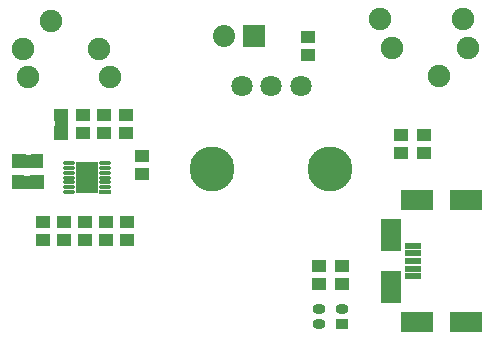
<source format=gbr>
G04 #@! TF.FileFunction,Soldermask,Top*
%FSLAX46Y46*%
G04 Gerber Fmt 4.6, Leading zero omitted, Abs format (unit mm)*
G04 Created by KiCad (PCBNEW 4.0.0-rc1-stable) date 19.10.2015 17:54:31*
%MOMM*%
G01*
G04 APERTURE LIST*
%ADD10C,0.100000*%
%ADD11C,1.100000*%
%ADD12R,1.216000X1.089000*%
%ADD13R,1.000000X1.000000*%
%ADD14R,1.000000X0.400000*%
%ADD15O,1.000000X0.400000*%
%ADD16R,1.099160X0.901040*%
%ADD17O,1.099160X0.901040*%
%ADD18R,1.300000X1.200000*%
%ADD19R,1.300000X1.100000*%
%ADD20R,1.200000X1.300000*%
%ADD21R,1.100000X1.300000*%
%ADD22R,1.200000X1.100000*%
%ADD23C,3.800000*%
%ADD24C,1.800000*%
%ADD25R,2.700000X1.700000*%
%ADD26R,1.700000X2.700000*%
%ADD27R,1.450000X0.600000*%
%ADD28C,1.899260*%
%ADD29R,1.876400X1.876400*%
%ADD30C,1.876400*%
G04 APERTURE END LIST*
D10*
D11*
X194981900Y-99233800D02*
X194981900Y-98233800D01*
X191631600Y-101897000D02*
X192631600Y-101897000D01*
X192621800Y-103657100D02*
X191621800Y-103657100D01*
D12*
X223735700Y-101178400D03*
X223735700Y-99654400D03*
X218751600Y-112312200D03*
X218751600Y-110788200D03*
X193403400Y-107052200D03*
X193403400Y-108576200D03*
X196765100Y-97960200D03*
X196765100Y-99484200D03*
X200506600Y-107032600D03*
X200506600Y-108556600D03*
X216751600Y-112312200D03*
X216751600Y-110788200D03*
X201835400Y-101450600D03*
X201835400Y-102974600D03*
X200418400Y-99490100D03*
X200418400Y-97966100D03*
X198594100Y-99483800D03*
X198594100Y-97959800D03*
D13*
X196748800Y-103272300D03*
X197548800Y-103272300D03*
X196748800Y-102472300D03*
X197548800Y-102472300D03*
X196748800Y-104072300D03*
X197548800Y-104072300D03*
D14*
X198648800Y-104472300D03*
D15*
X198648800Y-104072300D03*
X198648800Y-103672300D03*
X198648800Y-103272300D03*
X198648800Y-102872300D03*
X198648800Y-102472300D03*
X198648800Y-102072300D03*
X195648800Y-102072300D03*
X195648800Y-102472300D03*
X195648800Y-102872300D03*
X195648800Y-103272300D03*
X195648800Y-103672300D03*
X195648800Y-104072300D03*
X195648800Y-104472300D03*
D16*
X218701560Y-115700440D03*
D17*
X218701560Y-114399960D03*
X216801640Y-114399960D03*
X216801640Y-115700440D03*
D18*
X194981900Y-99483800D03*
D19*
X194981900Y-97933800D03*
D20*
X191381600Y-101897000D03*
D21*
X192931600Y-101897000D03*
D20*
X192871800Y-103657100D03*
D21*
X191321800Y-103657100D03*
D22*
X225677700Y-101164600D03*
X225677700Y-99664600D03*
X195191400Y-108557900D03*
X195191400Y-107057900D03*
X196950100Y-108550100D03*
X196950100Y-107050100D03*
X198719200Y-107050200D03*
X198719200Y-108550200D03*
D23*
X217750000Y-102524300D03*
X207750000Y-102524300D03*
D24*
X215250000Y-95524300D03*
X212750000Y-95524300D03*
X210250000Y-95524300D03*
D22*
X215854400Y-91354400D03*
X215854400Y-92854400D03*
D25*
X229250800Y-115480700D03*
X229250800Y-105180700D03*
X225050800Y-115480700D03*
X225050800Y-105180700D03*
D26*
X222850800Y-112530700D03*
X222850800Y-108130700D03*
D27*
X224725800Y-111630700D03*
X224725800Y-110980700D03*
X224725800Y-110330700D03*
X224725800Y-109680700D03*
X224725800Y-109030700D03*
D28*
X191721360Y-92382000D03*
X192120140Y-94782300D03*
X194121660Y-89981700D03*
X199120380Y-94782300D03*
X198119620Y-92382000D03*
X229361340Y-92274200D03*
X228962560Y-89873900D03*
X226961040Y-94674500D03*
X221962320Y-89873900D03*
X222963080Y-92274200D03*
D29*
X211317600Y-91304500D03*
D30*
X208777600Y-91304500D03*
M02*

</source>
